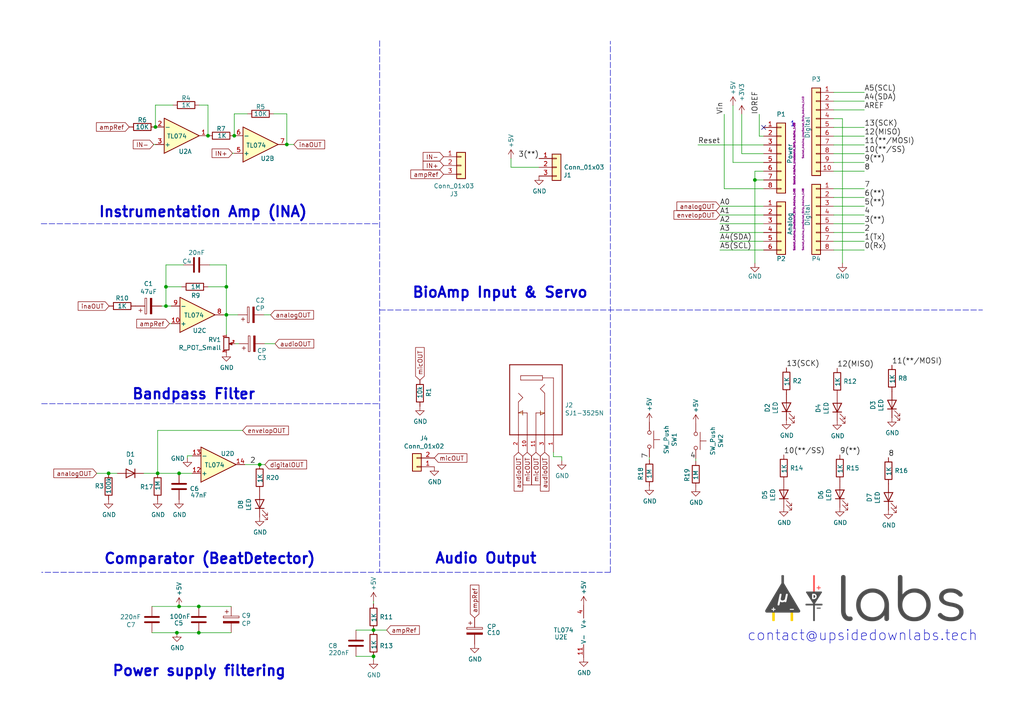
<source format=kicad_sch>
(kicad_sch (version 20211123) (generator eeschema)
  (paper "A4")
  (title_block (date "lun. 30 mars 2015"))
  (lib_symbols
    (symbol "Amplifier_Operational:TL074" (pin_names (offset 0.127))
      (property "Reference" "U" (at 0 5.08 0))
      (property "Value" "TL074" (at 0 -5.08 0))
      (symbol "TL074_1_1"
        (polyline (pts (xy -5.08 5.08) (xy 5.08 0) (xy -5.08 -5.08) (xy -5.08 5.08)) (stroke (width 0.254)) (fill (type background)))
        (pin output line (at 7.62 0 180) (length 2.54) (name "~") (number "1"))
        (pin input line (at -7.62 -2.54 0) (length 2.54) (name "-") (number "2"))
        (pin input line (at -7.62 2.54 0) (length 2.54) (name "+") (number "3"))
      )
      (symbol "TL074_2_1"
        (polyline (pts (xy -5.08 5.08) (xy 5.08 0) (xy -5.08 -5.08) (xy -5.08 5.08)) (stroke (width 0.254)) (fill (type background)))
        (pin input line (at -7.62 2.54 0) (length 2.54) (name "+") (number "5"))
        (pin input line (at -7.62 -2.54 0) (length 2.54) (name "-") (number "6"))
        (pin output line (at 7.62 0 180) (length 2.54) (name "~") (number "7"))
      )
      (symbol "TL074_3_1"
        (polyline (pts (xy -5.08 5.08) (xy 5.08 0) (xy -5.08 -5.08) (xy -5.08 5.08)) (stroke (width 0.254)) (fill (type background)))
        (pin input line (at -7.62 2.54 0) (length 2.54) (name "+") (number "10"))
        (pin output line (at 7.62 0 180) (length 2.54) (name "~") (number "8"))
        (pin input line (at -7.62 -2.54 0) (length 2.54) (name "-") (number "9"))
      )
      (symbol "TL074_4_1"
        (polyline (pts (xy -5.08 5.08) (xy 5.08 0) (xy -5.08 -5.08) (xy -5.08 5.08)) (stroke (width 0.254)) (fill (type background)))
        (pin input line (at -7.62 2.54 0) (length 2.54) (name "+") (number "12"))
        (pin input line (at -7.62 -2.54 0) (length 2.54) (name "-") (number "13"))
        (pin output line (at 7.62 0 180) (length 2.54) (name "~") (number "14"))
      )
      (symbol "TL074_5_1"
        (pin power_in line (at -2.54 -7.62 90) (length 3.81) (name "V-") (number "11"))
        (pin power_in line (at -2.54 7.62 270) (length 3.81) (name "V+") (number "4"))
      )
    )
    (symbol "BioAmpShield-rescue:+3.3V-power" (power) (pin_names (offset 0))
      (property "Value" "+3.3V-power" (at 0 3.556 0))
      (symbol "+3.3V-power_0_1"
        (polyline (pts (xy -0.762 1.27) (xy 0 2.54)))
        (polyline (pts (xy 0 0) (xy 0 2.54)))
        (polyline (pts (xy 0 2.54) (xy 0.762 1.27)))
      )
      (symbol "+3.3V-power_1_1"
        (pin power_in line (at 0 0 90) (length 0) hide (name "+3V3") (number "1"))
      )
    )
    (symbol "BioAmpShield-rescue:CP-Device" (pin_numbers hide) (pin_names (offset 0.254))
      (property "Reference" "C" (at 0.635 2.54 0))
      (property "Value" "CP-Device" (at 0.635 -2.54 0))
      (symbol "CP-Device_0_1"
        (rectangle (start -2.286 0.508) (end 2.286 1.016))
        (polyline (pts (xy -1.778 2.286) (xy -0.762 2.286)))
        (polyline (pts (xy -1.27 2.794) (xy -1.27 1.778)))
        (rectangle (start 2.286 -0.508) (end -2.286 -1.016) (fill (type outline)))
      )
      (symbol "CP-Device_1_1"
        (pin passive line (at 0 3.81 270) (length 2.794) (name "~") (number "1"))
        (pin passive line (at 0 -3.81 90) (length 2.794) (name "~") (number "2"))
      )
    )
    (symbol "BioAmpShield-rescue:R_POT_Small-Device" (pin_names (offset 1.016) hide)
      (property "Reference" "RV" (at -4.445 0 90))
      (property "Value" "R_POT_Small-Device" (at -2.54 0 90))
      (symbol "R_POT_Small-Device_0_1"
        (polyline (pts (xy 0.889 0) (xy 0.635 0) (xy 1.651 0.381) (xy 1.651 -0.381) (xy 0.635 0) (xy 0.889 0)) (fill (type outline)))
        (rectangle (start 0.762 1.8034) (end -0.762 -1.8034) (stroke (width 0.254)))
      )
      (symbol "R_POT_Small-Device_1_1"
        (pin passive line (at 0 2.54 270) (length 0.635) (name "1") (number "1"))
        (pin passive line (at 2.54 0 180) (length 0.9906) (name "2") (number "2"))
        (pin passive line (at 0 -2.54 90) (length 0.635) (name "3") (number "3"))
      )
    )
    (symbol "BioAmpShield-rescue:SJ1-3525N-udlabs" (pin_names (offset 1.016) hide)
      (property "Reference" "J" (at -10.16 10.16 0))
      (property "Value" "SJ1-3525N-udlabs" (at -10.16 -12.7254 0))
      (symbol "SJ1-3525N-udlabs_0_0"
        (polyline (pts (xy -10.16 -7.62) (xy 10.16 -7.62)) (stroke (width 0.254)))
        (polyline (pts (xy -10.16 7.62) (xy -10.16 -7.62)) (stroke (width 0.254)))
        (polyline (pts (xy -6.985 -4.445) (xy -6.985 1.905)) (stroke (width 0.1524)))
        (polyline (pts (xy -6.985 1.905) (xy -6.35 1.905)) (stroke (width 0.1524)))
        (polyline (pts (xy -6.35 1.905) (xy -5.715 1.905)) (stroke (width 0.1524)))
        (polyline (pts (xy -6.35 5.08) (xy -6.35 1.905)) (stroke (width 0.1524)))
        (polyline (pts (xy -5.715 -4.445) (xy -6.985 -4.445)) (stroke (width 0.1524)))
        (polyline (pts (xy -5.715 1.905) (xy -5.715 -4.445)) (stroke (width 0.1524)))
        (polyline (pts (xy -3.175 1.27) (xy -4.445 2.54)) (stroke (width 0.1524)))
        (polyline (pts (xy -1.905 2.54) (xy -3.175 1.27)) (stroke (width 0.1524)))
        (polyline (pts (xy -0.635 -3.81) (xy -1.905 -5.08)) (stroke (width 0.1524)))
        (polyline (pts (xy 0.635 -5.08) (xy -0.635 -3.81)) (stroke (width 0.1524)))
        (polyline (pts (xy 3.81 -5.08) (xy 0.635 -5.08)) (stroke (width 0.1524)))
        (polyline (pts (xy 3.81 -2.54) (xy 3.81 -5.08)) (stroke (width 0.1524)))
        (polyline (pts (xy 3.81 2.54) (xy -1.905 2.54)) (stroke (width 0.1524)))
        (polyline (pts (xy 3.81 2.54) (xy 3.81 0)) (stroke (width 0.1524)))
        (polyline (pts (xy 10.16 -7.62) (xy 10.16 -5.08)) (stroke (width 0.254)))
        (polyline (pts (xy 10.16 -5.08) (xy 3.81 -5.08)) (stroke (width 0.1524)))
        (polyline (pts (xy 10.16 -5.08) (xy 10.16 -2.54)) (stroke (width 0.254)))
        (polyline (pts (xy 10.16 -2.54) (xy 3.81 -2.54)) (stroke (width 0.1524)))
        (polyline (pts (xy 10.16 -2.54) (xy 10.16 0)) (stroke (width 0.254)))
        (polyline (pts (xy 10.16 0) (xy 3.81 0)) (stroke (width 0.1524)))
        (polyline (pts (xy 10.16 0) (xy 10.16 2.54)) (stroke (width 0.254)))
        (polyline (pts (xy 10.16 2.54) (xy 3.81 2.54)) (stroke (width 0.1524)))
        (polyline (pts (xy 10.16 2.54) (xy 10.16 5.08)) (stroke (width 0.254)))
        (polyline (pts (xy 10.16 5.08) (xy -6.35 5.08)) (stroke (width 0.1524)))
        (polyline (pts (xy 10.16 5.08) (xy 10.16 7.62)) (stroke (width 0.254)))
        (polyline (pts (xy 10.16 7.62) (xy -10.16 7.62)) (stroke (width 0.254)))
        (polyline (pts (xy 3.81 -5.08) (xy 3.175 -3.81) (xy 4.445 -3.81)) (stroke (width 0.1524)) (fill (type background)))
        (polyline (pts (xy 3.81 2.54) (xy 4.445 1.27) (xy 3.175 1.27)) (stroke (width 0.1524)) (fill (type background)))
        (pin passive line (at 15.24 5.08 180) (length 5.08) (name "~") (number "1"))
        (pin passive line (at 15.24 -2.54 180) (length 5.08) (name "~") (number "10"))
        (pin passive line (at 15.24 0 180) (length 5.08) (name "~") (number "11"))
        (pin passive line (at 15.24 -5.08 180) (length 5.08) (name "~") (number "2"))
        (pin passive line (at 15.24 2.54 180) (length 5.08) (name "~") (number "3"))
      )
    )
    (symbol "Connector_Generic:Conn_01x02" (pin_names (offset 1.016) hide)
      (property "Reference" "J" (at 0 2.54 0))
      (property "Value" "Conn_01x02" (at 0 -5.08 0))
      (symbol "Conn_01x02_1_1"
        (rectangle (start -1.27 -2.413) (end 0 -2.667) (stroke (width 0.1524)))
        (rectangle (start -1.27 0.127) (end 0 -0.127) (stroke (width 0.1524)))
        (rectangle (start -1.27 1.27) (end 1.27 -3.81) (stroke (width 0.254)) (fill (type background)))
        (pin passive line (at -5.08 0 0) (length 3.81) (name "Pin_1") (number "1"))
        (pin passive line (at -5.08 -2.54 0) (length 3.81) (name "Pin_2") (number "2"))
      )
    )
    (symbol "Connector_Generic:Conn_01x03" (pin_names (offset 1.016) hide)
      (property "Reference" "J" (at 0 5.08 0))
      (property "Value" "Conn_01x03" (at 0 -5.08 0))
      (symbol "Conn_01x03_1_1"
        (rectangle (start -1.27 -2.413) (end 0 -2.667) (stroke (width 0.1524)))
        (rectangle (start -1.27 0.127) (end 0 -0.127) (stroke (width 0.1524)))
        (rectangle (start -1.27 2.667) (end 0 2.413) (stroke (width 0.1524)))
        (rectangle (start -1.27 3.81) (end 1.27 -3.81) (stroke (width 0.254)) (fill (type background)))
        (pin passive line (at -5.08 2.54 0) (length 3.81) (name "Pin_1") (number "1"))
        (pin passive line (at -5.08 0 0) (length 3.81) (name "Pin_2") (number "2"))
        (pin passive line (at -5.08 -2.54 0) (length 3.81) (name "Pin_3") (number "3"))
      )
    )
    (symbol "Connector_Generic:Conn_01x06" (pin_names (offset 1.016) hide)
      (property "Reference" "J" (at 0 7.62 0))
      (property "Value" "Conn_01x06" (at 0 -10.16 0))
      (symbol "Conn_01x06_1_1"
        (rectangle (start -1.27 -7.493) (end 0 -7.747) (stroke (width 0.1524)))
        (rectangle (start -1.27 -4.953) (end 0 -5.207) (stroke (width 0.1524)))
        (rectangle (start -1.27 -2.413) (end 0 -2.667) (stroke (width 0.1524)))
        (rectangle (start -1.27 0.127) (end 0 -0.127) (stroke (width 0.1524)))
        (rectangle (start -1.27 2.667) (end 0 2.413) (stroke (width 0.1524)))
        (rectangle (start -1.27 5.207) (end 0 4.953) (stroke (width 0.1524)))
        (rectangle (start -1.27 6.35) (end 1.27 -8.89) (stroke (width 0.254)) (fill (type background)))
        (pin passive line (at -5.08 5.08 0) (length 3.81) (name "Pin_1") (number "1"))
        (pin passive line (at -5.08 2.54 0) (length 3.81) (name "Pin_2") (number "2"))
        (pin passive line (at -5.08 0 0) (length 3.81) (name "Pin_3") (number "3"))
        (pin passive line (at -5.08 -2.54 0) (length 3.81) (name "Pin_4") (number "4"))
        (pin passive line (at -5.08 -5.08 0) (length 3.81) (name "Pin_5") (number "5"))
        (pin passive line (at -5.08 -7.62 0) (length 3.81) (name "Pin_6") (number "6"))
      )
    )
    (symbol "Connector_Generic:Conn_01x08" (pin_names (offset 1.016) hide)
      (property "Reference" "J" (at 0 10.16 0))
      (property "Value" "Conn_01x08" (at 0 -12.7 0))
      (symbol "Conn_01x08_1_1"
        (rectangle (start -1.27 -10.033) (end 0 -10.287) (stroke (width 0.1524)))
        (rectangle (start -1.27 -7.493) (end 0 -7.747) (stroke (width 0.1524)))
        (rectangle (start -1.27 -4.953) (end 0 -5.207) (stroke (width 0.1524)))
        (rectangle (start -1.27 -2.413) (end 0 -2.667) (stroke (width 0.1524)))
        (rectangle (start -1.27 0.127) (end 0 -0.127) (stroke (width 0.1524)))
        (rectangle (start -1.27 2.667) (end 0 2.413) (stroke (width 0.1524)))
        (rectangle (start -1.27 5.207) (end 0 4.953) (stroke (width 0.1524)))
        (rectangle (start -1.27 7.747) (end 0 7.493) (stroke (width 0.1524)))
        (rectangle (start -1.27 8.89) (end 1.27 -11.43) (stroke (width 0.254)) (fill (type background)))
        (pin passive line (at -5.08 7.62 0) (length 3.81) (name "Pin_1") (number "1"))
        (pin passive line (at -5.08 5.08 0) (length 3.81) (name "Pin_2") (number "2"))
        (pin passive line (at -5.08 2.54 0) (length 3.81) (name "Pin_3") (number "3"))
        (pin passive line (at -5.08 0 0) (length 3.81) (name "Pin_4") (number "4"))
        (pin passive line (at -5.08 -2.54 0) (length 3.81) (name "Pin_5") (number "5"))
        (pin passive line (at -5.08 -5.08 0) (length 3.81) (name "Pin_6") (number "6"))
        (pin passive line (at -5.08 -7.62 0) (length 3.81) (name "Pin_7") (number "7"))
        (pin passive line (at -5.08 -10.16 0) (length 3.81) (name "Pin_8") (number "8"))
      )
    )
    (symbol "Connector_Generic:Conn_01x10" (pin_names (offset 1.016) hide)
      (property "Reference" "J" (at 0 12.7 0))
      (property "Value" "Conn_01x10" (at 0 -15.24 0))
      (symbol "Conn_01x10_1_1"
        (rectangle (start -1.27 -12.573) (end 0 -12.827) (stroke (width 0.1524)))
        (rectangle (start -1.27 -10.033) (end 0 -10.287) (stroke (width 0.1524)))
        (rectangle (start -1.27 -7.493) (end 0 -7.747) (stroke (width 0.1524)))
        (rectangle (start -1.27 -4.953) (end 0 -5.207) (stroke (width 0.1524)))
        (rectangle (start -1.27 -2.413) (end 0 -2.667) (stroke (width 0.1524)))
        (rectangle (start -1.27 0.127) (end 0 -0.127) (stroke (width 0.1524)))
        (rectangle (start -1.27 2.667) (end 0 2.413) (stroke (width 0.1524)))
        (rectangle (start -1.27 5.207) (end 0 4.953) (stroke (width 0.1524)))
        (rectangle (start -1.27 7.747) (end 0 7.493) (stroke (width 0.1524)))
        (rectangle (start -1.27 10.287) (end 0 10.033) (stroke (width 0.1524)))
        (rectangle (start -1.27 11.43) (end 1.27 -13.97) (stroke (width 0.254)) (fill (type background)))
        (pin passive line (at -5.08 10.16 0) (length 3.81) (name "Pin_1") (number "1"))
        (pin passive line (at -5.08 -12.7 0) (length 3.81) (name "Pin_10") (number "10"))
        (pin passive line (at -5.08 7.62 0) (length 3.81) (name "Pin_2") (number "2"))
        (pin passive line (at -5.08 5.08 0) (length 3.81) (name "Pin_3") (number "3"))
        (pin passive line (at -5.08 2.54 0) (length 3.81) (name "Pin_4") (number "4"))
        (pin passive line (at -5.08 0 0) (length 3.81) (name "Pin_5") (number "5"))
        (pin passive line (at -5.08 -2.54 0) (length 3.81) (name "Pin_6") (number "6"))
        (pin passive line (at -5.08 -5.08 0) (length 3.81) (name "Pin_7") (number "7"))
        (pin passive line (at -5.08 -7.62 0) (length 3.81) (name "Pin_8") (number "8"))
        (pin passive line (at -5.08 -10.16 0) (length 3.81) (name "Pin_9") (number "9"))
      )
    )
    (symbol "Device:C" (pin_numbers hide) (pin_names (offset 0.254))
      (property "Reference" "C" (at 0.635 2.54 0))
      (property "Value" "C" (at 0.635 -2.54 0))
      (symbol "C_0_1"
        (polyline (pts (xy -2.032 -0.762) (xy 2.032 -0.762)) (stroke (width 0.508)))
        (polyline (pts (xy -2.032 0.762) (xy 2.032 0.762)) (stroke (width 0.508)))
      )
      (symbol "C_1_1"
        (pin passive line (at 0 3.81 270) (length 2.794) (name "~") (number "1"))
        (pin passive line (at 0 -3.81 90) (length 2.794) (name "~") (number "2"))
      )
    )
    (symbol "Device:D" (pin_numbers hide) (pin_names (offset 1.016) hide)
      (property "Reference" "D" (at 0 2.54 0))
      (property "Value" "D" (at 0 -2.54 0))
      (symbol "D_0_1"
        (polyline (pts (xy -1.27 1.27) (xy -1.27 -1.27)) (stroke (width 0.254)))
        (polyline (pts (xy 1.27 0) (xy -1.27 0)))
        (polyline (pts (xy 1.27 1.27) (xy 1.27 -1.27) (xy -1.27 0) (xy 1.27 1.27)) (stroke (width 0.254)))
      )
      (symbol "D_1_1"
        (pin passive line (at -3.81 0 0) (length 2.54) (name "K") (number "1"))
        (pin passive line (at 3.81 0 180) (length 2.54) (name "A") (number "2"))
      )
    )
    (symbol "Device:LED" (pin_numbers hide) (pin_names (offset 1.016) hide)
      (property "Reference" "D" (at 0 2.54 0))
      (property "Value" "LED" (at 0 -2.54 0))
      (symbol "LED_0_1"
        (polyline (pts (xy -1.27 -1.27) (xy -1.27 1.27)) (stroke (width 0.254)))
        (polyline (pts (xy -1.27 0) (xy 1.27 0)))
        (polyline (pts (xy 1.27 -1.27) (xy 1.27 1.27) (xy -1.27 0) (xy 1.27 -1.27)) (stroke (width 0.254)))
        (polyline (pts (xy -3.048 -0.762) (xy -4.572 -2.286) (xy -3.81 -2.286) (xy -4.572 -2.286) (xy -4.572 -1.524)))
        (polyline (pts (xy -1.778 -0.762) (xy -3.302 -2.286) (xy -2.54 -2.286) (xy -3.302 -2.286) (xy -3.302 -1.524)))
      )
      (symbol "LED_1_1"
        (pin passive line (at -3.81 0 0) (length 2.54) (name "K") (number "1"))
        (pin passive line (at 3.81 0 180) (length 2.54) (name "A") (number "2"))
      )
    )
    (symbol "Device:R" (pin_numbers hide) (pin_names (offset 0))
      (property "Reference" "R" (at 2.032 0 90))
      (property "Value" "R" (at 0 0 90))
      (symbol "R_0_1"
        (rectangle (start -1.016 -2.54) (end 1.016 2.54) (stroke (width 0.254)))
      )
      (symbol "R_1_1"
        (pin passive line (at 0 3.81 270) (length 1.27) (name "~") (number "1"))
        (pin passive line (at 0 -3.81 90) (length 1.27) (name "~") (number "2"))
      )
    )
    (symbol "Switch:SW_Push" (pin_numbers hide) (pin_names (offset 1.016) hide)
      (property "Reference" "SW" (at 1.27 2.54 0))
      (property "Value" "SW_Push" (at 0 -1.524 0))
      (symbol "SW_Push_0_1"
        (circle (center -2.032 0) (radius 0.508))
        (polyline (pts (xy 0 1.27) (xy 0 3.048)))
        (polyline (pts (xy 2.54 1.27) (xy -2.54 1.27)))
        (circle (center 2.032 0) (radius 0.508))
        (pin passive line (at -5.08 0 0) (length 2.54) (name "1") (number "1"))
        (pin passive line (at 5.08 0 180) (length 2.54) (name "2") (number "2"))
      )
    )
    (symbol "power:+5V" (power) (pin_names (offset 0))
      (property "Value" "+5V" (at 0 3.556 0))
      (symbol "+5V_0_1"
        (polyline (pts (xy -0.762 1.27) (xy 0 2.54)))
        (polyline (pts (xy 0 0) (xy 0 2.54)))
        (polyline (pts (xy 0 2.54) (xy 0.762 1.27)))
      )
      (symbol "+5V_1_1"
        (pin power_in line (at 0 0 90) (length 0) hide (name "+5V") (number "1"))
      )
    )
    (symbol "power:GND" (power) (pin_names (offset 0))
      (property "Value" "GND" (at 0 -3.81 0))
      (symbol "GND_0_1"
        (polyline (pts (xy 0 0) (xy 0 -1.27) (xy 1.27 -1.27) (xy 0 -2.54) (xy -1.27 -1.27) (xy 0 -1.27)))
      )
      (symbol "GND_1_1"
        (pin power_in line (at 0 0 270) (length 0) hide (name "GND") (number "1"))
      )
    )
  )
  (junction (at 218.948 52.197))
  (junction (at 45.72 137.287))
  (junction (at 57.658 183.515))
  (junction (at 108.331 190.373))
  (junction (at 48.133 83.185))
  (junction (at 108.331 182.753))
  (junction (at 75.311 134.747))
  (junction (at 83.185 41.91))
  (junction (at 51.943 137.287))
  (junction (at 57.658 175.895))
  (junction (at 65.659 91.313))
  (junction (at 67.945 39.37))
  (junction (at 48.133 88.773))
  (junction (at 51.308 183.515))
  (junction (at 51.943 175.895))
  (junction (at 31.496 137.287))
  (junction (at 65.659 83.185))
  (junction (at 45.085 36.83))
  (junction (at 60.325 39.37))
  (no_connect (at 221.488 36.957))
  (wire (pts (xy 218.948 49.657) (xy 218.948 52.197)))
  (wire (pts (xy 241.808 64.897) (xy 250.698 64.897)))
  (wire (pts (xy 76.581 91.313) (xy 78.486 91.313)))
  (wire (pts (xy 162.941 132.461) (xy 162.941 133.604)))
  (wire (pts (xy 70.358 124.841) (xy 45.72 124.841)))
  (wire (pts (xy 65.659 91.313) (xy 65.659 97.155)))
  (wire (pts (xy 103.251 182.753) (xy 108.331 182.753)))
  (wire (pts (xy 221.488 52.197) (xy 218.948 52.197)))
  (wire (pts (xy 201.803 132.969) (xy 201.803 133.731)))
  (wire (pts (xy 244.348 34.417) (xy 244.348 76.327)))
  (wire (pts (xy 45.085 30.48) (xy 45.085 36.83)))
  (wire (pts (xy 221.488 62.357) (xy 208.788 62.357)))
  (wire (pts (xy 241.808 62.357) (xy 250.698 62.357)))
  (wire (pts (xy 70.993 134.747) (xy 75.311 134.747)))
  (wire (pts (xy 51.308 183.515) (xy 57.658 183.515)))
  (wire (pts (xy 83.185 33.02) (xy 83.185 41.91)))
  (wire (pts (xy 57.658 183.515) (xy 67.056 183.515)))
  (wire (pts (xy 241.808 47.117) (xy 250.698 47.117)))
  (wire (pts (xy 210.058 54.737) (xy 210.058 33.147)))
  (wire (pts (xy 241.808 34.417) (xy 244.348 34.417)))
  (wire (pts (xy 79.375 33.02) (xy 83.185 33.02)))
  (wire (pts (xy 241.808 69.977) (xy 250.698 69.977)))
  (wire (pts (xy 221.488 44.577) (xy 215.138 44.577)))
  (wire (pts (xy 48.133 83.185) (xy 48.133 88.773)))
  (wire (pts (xy 53.213 76.835) (xy 48.133 76.835)))
  (wire (pts (xy 221.488 49.657) (xy 218.948 49.657)))
  (wire (pts (xy 108.331 175.133) (xy 108.331 174.371)))
  (wire (pts (xy 218.948 52.197) (xy 218.948 76.327)))
  (wire (pts (xy 68.199 99.695) (xy 69.215 99.695)))
  (wire (pts (xy 188.341 132.588) (xy 188.341 133.35)))
  (wire (pts (xy 241.808 54.737) (xy 250.698 54.737)))
  (wire (pts (xy 108.331 191.389) (xy 108.331 190.373)))
  (wire (pts (xy 220.218 33.147) (xy 220.218 39.497)))
  (wire (pts (xy 103.251 190.373) (xy 108.331 190.373)))
  (wire (pts (xy 68.961 91.313) (xy 65.659 91.313)))
  (wire (pts (xy 48.133 76.835) (xy 48.133 83.185)))
  (wire (pts (xy 221.488 54.737) (xy 210.058 54.737)))
  (wire (pts (xy 241.808 49.657) (xy 250.698 49.657)))
  (wire (pts (xy 221.488 67.437) (xy 208.788 67.437)))
  (wire (pts (xy 76.835 99.695) (xy 79.756 99.695)))
  (wire (pts (xy 50.165 30.48) (xy 45.085 30.48)))
  (wire (pts (xy 67.945 33.02) (xy 67.945 39.37)))
  (wire (pts (xy 241.808 39.497) (xy 250.698 39.497)))
  (wire (pts (xy 241.808 57.277) (xy 250.698 57.277)))
  (wire (pts (xy 65.659 76.835) (xy 65.659 83.185)))
  (wire (pts (xy 46.863 88.773) (xy 48.133 88.773)))
  (wire (pts (xy 215.138 44.577) (xy 215.138 33.147)))
  (wire (pts (xy 148.209 45.974) (xy 148.209 48.514)))
  (wire (pts (xy 221.488 69.977) (xy 208.788 69.977)))
  (wire (pts (xy 44.069 175.895) (xy 51.943 175.895)))
  (wire (pts (xy 221.488 42.037) (xy 202.438 42.037)))
  (polyline (pts (xy 11.938 64.897) (xy 110.109 64.897)))
  (polyline (pts (xy 177.038 165.989) (xy 12.065 165.989)))
  (polyline (pts (xy 110.109 11.811) (xy 110.109 165.989)))
  (wire (pts (xy 60.325 83.185) (xy 65.659 83.185)))
  (wire (pts (xy 241.808 44.577) (xy 250.698 44.577)))
  (wire (pts (xy 41.656 137.287) (xy 45.72 137.287)))
  (wire (pts (xy 60.833 76.835) (xy 65.659 76.835)))
  (wire (pts (xy 44.069 183.515) (xy 51.308 183.515)))
  (wire (pts (xy 160.528 132.461) (xy 162.941 132.461)))
  (wire (pts (xy 241.808 72.517) (xy 250.698 72.517)))
  (polyline (pts (xy 177.038 165.989) (xy 177.038 11.938)))
  (wire (pts (xy 65.659 91.313) (xy 64.897 91.313)))
  (wire (pts (xy 48.133 88.773) (xy 49.657 88.773)))
  (wire (pts (xy 28.067 137.287) (xy 31.496 137.287)))
  (wire (pts (xy 83.185 41.91) (xy 85.217 41.91)))
  (wire (pts (xy 241.808 29.337) (xy 250.698 29.337)))
  (wire (pts (xy 55.753 137.287) (xy 51.943 137.287)))
  (wire (pts (xy 75.311 134.747) (xy 76.835 134.747)))
  (wire (pts (xy 55.753 132.207) (xy 54.356 132.207)))
  (wire (pts (xy 241.808 67.437) (xy 250.698 67.437)))
  (wire (pts (xy 60.325 30.48) (xy 60.325 39.37)))
  (wire (pts (xy 67.945 44.45) (xy 67.437 44.45)))
  (wire (pts (xy 212.598 47.117) (xy 212.598 30.607)))
  (wire (pts (xy 241.808 36.957) (xy 250.698 36.957)))
  (wire (pts (xy 241.808 31.877) (xy 250.698 31.877)))
  (wire (pts (xy 241.808 26.797) (xy 250.698 26.797)))
  (wire (pts (xy 31.496 137.287) (xy 34.036 137.287)))
  (wire (pts (xy 221.488 59.817) (xy 208.788 59.817)))
  (polyline (pts (xy 12.065 117.094) (xy 110.109 117.094)))
  (wire (pts (xy 241.808 59.817) (xy 250.698 59.817)))
  (wire (pts (xy 52.705 83.185) (xy 48.133 83.185)))
  (wire (pts (xy 49.657 93.853) (xy 49.149 93.853)))
  (wire (pts (xy 71.755 33.02) (xy 67.945 33.02)))
  (wire (pts (xy 112.141 182.753) (xy 108.331 182.753)))
  (wire (pts (xy 45.72 124.841) (xy 45.72 137.287)))
  (wire (pts (xy 148.209 48.514) (xy 156.337 48.514)))
  (wire (pts (xy 57.658 175.895) (xy 67.056 175.895)))
  (polyline (pts (xy 110.109 89.916) (xy 284.988 89.916)))
  (wire (pts (xy 54.356 132.207) (xy 54.356 132.842)))
  (wire (pts (xy 220.218 39.497) (xy 221.488 39.497)))
  (wire (pts (xy 44.577 41.91) (xy 45.085 41.91)))
  (wire (pts (xy 221.488 47.117) (xy 212.598 47.117)))
  (wire (pts (xy 221.488 64.897) (xy 208.788 64.897)))
  (wire (pts (xy 241.808 42.037) (xy 250.698 42.037)))
  (wire (pts (xy 51.943 175.895) (xy 57.658 175.895)))
  (wire (pts (xy 160.528 131.191) (xy 160.528 132.461)))
  (wire (pts (xy 45.72 137.287) (xy 51.943 137.287)))
  (wire (pts (xy 221.488 72.517) (xy 208.788 72.517)))
  (wire (pts (xy 65.659 83.185) (xy 65.659 91.313)))
  (wire (pts (xy 57.785 30.48) (xy 60.325 30.48)))
  (image (at 250.698 173.482))
  (text "Power supply filtering" (at 32.385 196.469 0) (effects (font (size 2.9972 2.9972) (thickness 0.5994) bold) (justify left bottom)))
  (text "Bandpass Filter" (at 38.1 116.205 0) (effects (font (size 2.9972 2.9972) (thickness 0.5994) bold) (justify left bottom)))
  (text "contact@upsidedownlabs.tech" (at 216.662 186.182 0) (effects (font (size 2.9972 2.9972)) (justify left bottom)))
  (text "BioAmp Input & Servo" (at 119.38 86.741 0) (effects (font (size 2.9972 2.9972) (thickness 0.5994) bold) (justify left bottom)))
  (text "Comparator (BeatDetector)" (at 29.972 163.957 0) (effects (font (size 2.9972 2.9972) (thickness 0.5994) bold) (justify left bottom)))
  (text "1" (at 229.108 36.957 0) (effects (font (size 1.524 1.524)) (justify left bottom)))
  (text "Audio Output" (at 125.984 163.83 0) (effects (font (size 2.9972 2.9972) (thickness 0.5994) bold) (justify left bottom)))
  (text "Instrumentation Amp (INA)" (at 28.448 63.373 0) (effects (font (size 2.9972 2.9972) (thickness 0.5994) bold) (justify left bottom)))
  (label "12(MISO)" (at 250.698 39.497 0) (effects (font (size 1.524 1.524))))
  (label "11(**/MOSI)" (at 258.699 105.918 0) (effects (font (size 1.524 1.524))))
  (label "AREF" (at 250.698 31.877 0) (effects (font (size 1.524 1.524))))
  (label "2" (at 250.698 67.437 0) (effects (font (size 1.524 1.524))))
  (label "A5(SCL)" (at 250.698 26.797 0) (effects (font (size 1.524 1.524))))
  (label "11(**/MOSI)" (at 250.698 42.037 0) (effects (font (size 1.524 1.524))))
  (label "A2" (at 208.788 64.897 0) (effects (font (size 1.524 1.524))))
  (label "3(**)" (at 156.337 45.974 180) (effects (font (size 1.524 1.524))))
  (label "5(**)" (at 250.698 59.817 0) (effects (font (size 1.524 1.524))))
  (label "8" (at 257.683 132.715 0) (effects (font (size 1.524 1.524))))
  (label "A3" (at 208.788 67.437 0) (effects (font (size 1.524 1.524))))
  (label "6(**)" (at 250.698 57.277 0) (effects (font (size 1.524 1.524))))
  (label "4" (at 201.803 133.35 180) (effects (font (size 1.524 1.524))))
  (label "3(**)" (at 250.698 64.897 0) (effects (font (size 1.524 1.524))))
  (label "12(MISO)" (at 242.824 106.807 0) (effects (font (size 1.524 1.524))))
  (label "9(**)" (at 250.698 47.117 0) (effects (font (size 1.524 1.524))))
  (label "7" (at 250.698 54.737 0) (effects (font (size 1.524 1.524))))
  (label "IOREF" (at 220.218 33.147 90) (effects (font (size 1.524 1.524))))
  (label "13(SCK)" (at 250.698 36.957 0) (effects (font (size 1.524 1.524))))
  (label "A1" (at 208.788 62.357 0) (effects (font (size 1.524 1.524))))
  (label "10(**/SS)" (at 227.33 131.953 0) (effects (font (size 1.524 1.524))))
  (label "A0" (at 208.788 59.817 0) (effects (font (size 1.524 1.524))))
  (label "A4(SDA)" (at 208.788 69.977 0) (effects (font (size 1.524 1.524))))
  (label "Reset" (at 202.438 42.037 0) (effects (font (size 1.524 1.524))))
  (label "0(Rx)" (at 250.698 72.517 0) (effects (font (size 1.524 1.524))))
  (label "A4(SDA)" (at 250.698 29.337 0) (effects (font (size 1.524 1.524))))
  (label "1(Tx)" (at 250.698 69.977 0) (effects (font (size 1.524 1.524))))
  (label "10(**/SS)" (at 250.698 44.577 0) (effects (font (size 1.524 1.524))))
  (label "2" (at 74.168 134.747 180) (effects (font (size 1.524 1.524))))
  (label "9(**)" (at 243.586 131.953 0) (effects (font (size 1.524 1.524))))
  (label "13(SCK)" (at 228.092 106.68 0) (effects (font (size 1.524 1.524))))
  (label "A5(SCL)" (at 208.788 72.517 0) (effects (font (size 1.524 1.524))))
  (label "4" (at 250.698 62.357 0) (effects (font (size 1.524 1.524))))
  (label "Vin" (at 210.058 33.147 90) (effects (font (size 1.524 1.524))))
  (label "8" (at 250.698 49.657 0) (effects (font (size 1.524 1.524))))
  (label "7" (at 188.341 132.969 90) (effects (font (size 1.524 1.524))))
  (global_label "ampRef" (shape input) (at 137.668 179.197 90) (property "Intersheet References" "${INTERSHEET_REFS}" (effects hide)))
  (global_label "ampRef" (shape input) (at 112.141 182.753 0) (property "Intersheet References" "${INTERSHEET_REFS}" (effects hide)))
  (global_label "IN-" (shape input) (at 44.577 41.91 180) (property "Intersheet References" "${INTERSHEET_REFS}" (effects hide)))
  (global_label "envelopOUT" (shape input) (at 70.358 124.841 0) (property "Intersheet References" "${INTERSHEET_REFS}" (effects hide)))
  (global_label "micOUT" (shape input) (at 121.793 110.236 90) (property "Intersheet References" "${INTERSHEET_REFS}" (effects hide)))
  (global_label "IN+" (shape input) (at 67.437 44.45 180) (property "Intersheet References" "${INTERSHEET_REFS}" (effects hide)))
  (global_label "digitalOUT" (shape input) (at 76.835 134.747 0) (property "Intersheet References" "${INTERSHEET_REFS}" (effects hide)))
  (global_label "ampRef" (shape input) (at 37.465 36.83 180) (property "Intersheet References" "${INTERSHEET_REFS}" (effects hide)))
  (global_label "analogOUT" (shape input) (at 78.486 91.313 0) (property "Intersheet References" "${INTERSHEET_REFS}" (effects hide)))
  (global_label "ampRef" (shape input) (at 49.149 93.853 180) (property "Intersheet References" "${INTERSHEET_REFS}" (effects hide)))
  (global_label "micOUT" (shape input) (at 152.908 131.191 270) (property "Intersheet References" "${INTERSHEET_REFS}" (effects hide)))
  (global_label "analogOUT" (shape input) (at 208.788 59.817 180) (property "Intersheet References" "${INTERSHEET_REFS}" (effects hide)))
  (global_label "audioOUT" (shape input) (at 157.988 131.191 270) (property "Intersheet References" "${INTERSHEET_REFS}" (effects hide)))
  (global_label "analogOUT" (shape input) (at 28.067 137.287 180) (property "Intersheet References" "${INTERSHEET_REFS}" (effects hide)))
  (global_label "audioOUT" (shape input) (at 150.368 131.191 270) (property "Intersheet References" "${INTERSHEET_REFS}" (effects hide)))
  (global_label "envelopOUT" (shape input) (at 208.788 62.357 180) (property "Intersheet References" "${INTERSHEET_REFS}" (effects hide)))
  (global_label "inaOUT" (shape input) (at 85.217 41.91 0) (property "Intersheet References" "${INTERSHEET_REFS}" (effects hide)))
  (global_label "audioOUT" (shape input) (at 79.756 99.695 0) (property "Intersheet References" "${INTERSHEET_REFS}" (effects hide)))
  (global_label "inaOUT" (shape input) (at 31.623 88.773 180) (property "Intersheet References" "${INTERSHEET_REFS}" (effects hide)))
  (global_label "ampRef" (shape input) (at 128.651 50.546 180) (property "Intersheet References" "${INTERSHEET_REFS}" (effects hide)))
  (global_label "micOUT" (shape input) (at 155.448 131.191 270) (property "Intersheet References" "${INTERSHEET_REFS}" (effects hide)))
  (global_label "micOUT" (shape input) (at 125.984 132.842 0) (property "Intersheet References" "${INTERSHEET_REFS}" (effects hide)))
  (global_label "IN+" (shape input) (at 128.651 48.006 180) (property "Intersheet References" "${INTERSHEET_REFS}" (effects hide)))
  (global_label "IN-" (shape input) (at 128.651 45.466 180) (property "Intersheet References" "${INTERSHEET_REFS}" (effects hide)))
  (symbol (lib_id "Connector_Generic:Conn_01x08") (at 226.568 44.577 0) (unit 1)
    (property "Reference" "P1" (at 226.568 33.147 0))
    (property "Value" "Power" (at 229.108 44.577 90))
    (property "Footprint" "Socket_Arduino_Uno:Socket_Strip_Arduino_1x08" (at 230.378 44.577 90) (effects (font (size 0.508 0.508))))
  )
  (symbol (lib_id "BioAmpShield-rescue:+3.3V-power") (at 215.138 33.147 0) (unit 1)
    (property "Reference" "#PWR0109" (effects hide))
    (property "Value" "+3.3V" (at 215.138 26.797 90))
  )
  (symbol (lib_id "power:+5V") (at 212.598 30.607 0) (unit 1)
    (property "Reference" "#PWR0108" (effects hide))
    (property "Value" "+5V" (at 212.598 25.527 90))
  )
  (symbol (lib_id "power:GND") (at 218.948 76.327 0) (unit 1)
    (property "Reference" "#PWR0107" (effects hide))
    (property "Value" "GND" (at 218.948 80.137 0))
  )
  (symbol (lib_id "power:GND") (at 244.348 76.327 0) (unit 1)
    (property "Reference" "#PWR0106" (effects hide))
    (property "Value" "GND" (at 244.348 80.137 0))
  )
  (symbol (lib_id "Connector_Generic:Conn_01x06") (at 226.568 64.897 0) (unit 1)
    (property "Reference" "P2" (at 226.568 75.057 0))
    (property "Value" "Analog" (at 229.108 64.897 90))
    (property "Footprint" "Socket_Arduino_Uno:Socket_Strip_Arduino_1x06" (at 230.378 63.627 90) (effects (font (size 0.508 0.508))))
  )
  (symbol (lib_id "Connector_Generic:Conn_01x08") (at 236.728 62.357 0) (mirror y) (unit 1)
    (property "Reference" "P4" (at 236.728 75.057 0))
    (property "Value" "Digital" (at 234.188 62.357 90))
    (property "Footprint" "Socket_Arduino_Uno:Socket_Strip_Arduino_1x08" (at 232.918 63.627 90) (effects (font (size 0.508 0.508))))
  )
  (symbol (lib_id "Connector_Generic:Conn_01x10") (at 236.728 36.957 0) (mirror y) (unit 1)
    (property "Reference" "P3" (at 236.728 22.987 0))
    (property "Value" "Digital" (at 234.188 36.957 90))
    (property "Footprint" "Socket_Arduino_Uno:Socket_Strip_Arduino_1x10" (at 232.918 36.957 90) (effects (font (size 0.508 0.508))))
  )
  (symbol (lib_id "Amplifier_Operational:TL074") (at 52.705 39.37 0) (mirror x) (unit 1)
    (property "Reference" "U2" (at 53.721 43.942 0))
    (property "Value" "TL074" (at 51.308 39.497 0))
    (property "Footprint" "Package_DIP:DIP-14_W7.62mm_Socket_LongPads" (effects hide))
    (property "Datasheet" "http://www.ti.com/lit/ds/symlink/tl071.pdf" (effects hide))
  )
  (symbol (lib_id "Amplifier_Operational:TL074") (at 75.565 41.91 0) (mirror x) (unit 2)
    (property "Reference" "U2" (at 77.597 45.974 0))
    (property "Value" "TL074" (at 74.295 42.164 0))
    (property "Footprint" "Package_DIP:DIP-14_W7.62mm_Socket_LongPads" (effects hide))
    (property "Datasheet" "http://www.ti.com/lit/ds/symlink/tl071.pdf" (effects hide))
  )
  (symbol (lib_id "Amplifier_Operational:TL074") (at 57.277 91.313 0) (mirror x) (unit 3)
    (property "Reference" "U2" (at 57.912 95.885 0))
    (property "Value" "TL074" (at 56.261 91.44 0))
    (property "Footprint" "Package_DIP:DIP-14_W7.62mm_Socket_LongPads" (effects hide))
    (property "Datasheet" "http://www.ti.com/lit/ds/symlink/tl071.pdf" (effects hide))
  )
  (symbol (lib_id "Amplifier_Operational:TL074") (at 63.373 134.747 0) (mirror x) (unit 4)
    (property "Reference" "U2" (at 66.04 131.572 0))
    (property "Value" "TL074" (at 62.23 134.874 0))
    (property "Footprint" "Package_DIP:DIP-14_W7.62mm_Socket_LongPads" (effects hide))
    (property "Datasheet" "http://www.ti.com/lit/ds/symlink/tl071.pdf" (effects hide))
  )
  (symbol (lib_id "Amplifier_Operational:TL074") (at 171.831 183.134 0) (unit 5)
    (property "Reference" "U2" (at 160.782 184.785 0) (effects (justify left)))
    (property "Value" "TL074" (at 160.528 182.753 0) (effects (justify left)))
    (property "Footprint" "Package_DIP:DIP-14_W7.62mm_Socket_LongPads" (effects hide))
    (property "Datasheet" "http://www.ti.com/lit/ds/symlink/tl071.pdf" (effects hide))
  )
  (symbol (lib_id "Device:R") (at 64.135 39.37 270) (unit 1)
    (property "Reference" "R7" (at 64.135 37.338 90))
    (property "Value" "1K" (at 64.389 39.37 90))
    (property "Footprint" "Resistor_THT:R_Axial_DIN0207_L6.3mm_D2.5mm_P2.54mm_Vertical" (effects hide))
  )
  (symbol (lib_id "Device:R") (at 41.275 36.83 270) (unit 1)
    (property "Reference" "R6" (at 41.275 34.798 90))
    (property "Value" "10K" (at 41.275 36.83 90))
    (property "Footprint" "Resistor_THT:R_Axial_DIN0207_L6.3mm_D2.5mm_P2.54mm_Vertical" (effects hide))
  )
  (symbol (lib_id "Device:R") (at 53.975 30.48 270) (unit 1)
    (property "Reference" "R4" (at 53.975 28.448 90))
    (property "Value" "1K" (at 53.975 30.48 90))
    (property "Footprint" "Resistor_THT:R_Axial_DIN0207_L6.3mm_D2.5mm_P2.54mm_Vertical" (effects hide))
  )
  (symbol (lib_id "Device:R") (at 75.565 33.02 270) (unit 1)
    (property "Reference" "R5" (at 75.565 30.988 90))
    (property "Value" "10K" (at 75.565 33.02 90))
    (property "Footprint" "Resistor_THT:R_Axial_DIN0207_L6.3mm_D2.5mm_P2.54mm_Vertical" (effects hide))
  )
  (symbol (lib_id "Device:C") (at 57.023 76.835 270) (mirror x) (unit 1)
    (property "Reference" "C4" (at 54.229 75.819 90))
    (property "Value" "20nF" (at 57.023 73.279 90))
    (property "Footprint" "Capacitor_THT:C_Disc_D3.8mm_W2.6mm_P2.50mm" (effects hide))
  )
  (symbol (lib_id "Device:R") (at 56.515 83.185 270) (unit 1)
    (property "Reference" "R9" (at 56.769 85.725 90))
    (property "Value" "1M" (at 56.769 83.185 90))
    (property "Footprint" "Resistor_THT:R_Axial_DIN0207_L6.3mm_D2.5mm_P2.54mm_Vertical" (effects hide))
  )
  (symbol (lib_id "Device:C") (at 57.658 179.705 180) (unit 1)
    (property "Reference" "C5" (at 51.816 180.721 0))
    (property "Value" "100nF" (at 52.197 178.816 0))
    (property "Footprint" "Capacitor_THT:C_Disc_D3.8mm_W2.6mm_P2.50mm" (effects hide))
  )
  (symbol (lib_id "Device:R") (at 35.433 88.773 270) (unit 1)
    (property "Reference" "R10" (at 35.433 86.487 90))
    (property "Value" "1K" (at 35.433 88.773 90))
    (property "Footprint" "Resistor_THT:R_Axial_DIN0207_L6.3mm_D2.5mm_P2.54mm_Vertical" (effects hide))
  )
  (symbol (lib_id "Device:R") (at 108.331 178.943 180) (unit 1)
    (property "Reference" "R11" (at 110.109 178.943 0) (effects (justify right)))
    (property "Value" "1K" (at 108.458 180.467 90) (effects (justify right)))
    (property "Footprint" "Resistor_THT:R_Axial_DIN0207_L6.3mm_D2.5mm_P2.54mm_Vertical" (effects hide))
  )
  (symbol (lib_id "power:GND") (at 51.308 183.515 0) (unit 1)
    (property "Reference" "#PWR03" (effects hide))
    (property "Value" "GND" (at 51.435 187.9092 0))
  )
  (symbol (lib_id "Device:R") (at 108.331 186.563 180) (unit 1)
    (property "Reference" "R13" (at 110.109 187.325 0) (effects (justify right)))
    (property "Value" "1K" (at 108.458 188.341 90) (effects (justify right)))
    (property "Footprint" "Resistor_THT:R_Axial_DIN0207_L6.3mm_D2.5mm_P2.54mm_Vertical" (effects hide))
  )
  (symbol (lib_id "power:GND") (at 108.331 191.389 0) (unit 1)
    (property "Reference" "#PWR08" (effects hide))
    (property "Value" "GND" (at 108.458 195.7832 0))
  )
  (symbol (lib_id "Device:C") (at 103.251 186.563 0) (unit 1)
    (property "Reference" "C8" (at 96.52 187.325 0))
    (property "Value" "220nF" (at 98.298 189.357 0))
    (property "Footprint" "Capacitor_THT:C_Disc_D3.8mm_W2.6mm_P2.50mm" (effects hide))
  )
  (symbol (lib_id "power:GND") (at 169.291 190.754 0) (unit 1)
    (property "Reference" "#PWR04" (effects hide))
    (property "Value" "GND" (at 169.418 195.1482 0))
  )
  (symbol (lib_id "Connector_Generic:Conn_01x03") (at 133.731 48.006 0) (unit 1)
    (property "Reference" "J3" (at 131.6482 56.261 0))
    (property "Value" "Conn_01x03" (at 131.6482 53.9496 0))
    (property "Footprint" "Connector_JST:JST_PH_S3B-PH-K_1x03_P2.00mm_Horizontal" (effects hide))
  )
  (symbol (lib_id "power:GND") (at 65.659 102.235 0) (unit 1)
    (property "Reference" "#PWR0102" (effects hide))
    (property "Value" "GND" (at 65.786 106.6292 0))
  )
  (symbol (lib_id "Device:C") (at 44.069 179.705 0) (unit 1)
    (property "Reference" "C7" (at 37.973 181.229 0))
    (property "Value" "220nF" (at 37.846 178.943 0))
    (property "Footprint" "Capacitor_THT:C_Disc_D3.8mm_W2.6mm_P2.50mm" (effects hide))
  )
  (symbol (lib_id "Device:D") (at 37.846 137.287 180) (unit 1)
    (property "Reference" "D1" (at 37.846 131.7752 0))
    (property "Value" "D" (at 37.846 134.0866 0))
    (property "Footprint" "Diode_THT:D_DO-35_SOD27_P7.62mm_Horizontal" (effects hide))
  )
  (symbol (lib_id "Device:R") (at 45.72 141.097 0) (unit 1)
    (property "Reference" "R17" (at 42.545 141.224 0))
    (property "Value" "1M" (at 45.72 140.843 90))
    (property "Footprint" "Resistor_THT:R_Axial_DIN0207_L6.3mm_D2.5mm_P2.54mm_Vertical" (effects hide))
  )
  (symbol (lib_id "Device:C") (at 51.943 141.097 0) (mirror x) (unit 1)
    (property "Reference" "C6" (at 56.388 141.732 0))
    (property "Value" "47nF" (at 57.658 143.637 0))
    (property "Footprint" "Capacitor_THT:C_Disc_D3.8mm_W2.6mm_P2.50mm" (effects hide))
  )
  (symbol (lib_id "power:GND") (at 45.72 144.907 0) (unit 1)
    (property "Reference" "#PWR0124" (effects hide))
    (property "Value" "GND" (at 45.847 149.3012 0))
  )
  (symbol (lib_id "power:GND") (at 51.943 144.907 0) (unit 1)
    (property "Reference" "#PWR0125" (effects hide))
    (property "Value" "GND" (at 52.07 149.3012 0))
  )
  (symbol (lib_id "power:GND") (at 54.356 132.842 0) (unit 1)
    (property "Reference" "#PWR0126" (effects hide))
    (property "Value" "GND" (at 51.562 132.969 0))
  )
  (symbol (lib_id "BioAmpShield-rescue:CP-Device") (at 73.025 99.695 90) (unit 1)
    (property "Reference" "C3" (at 75.946 103.759 90))
    (property "Value" "CP" (at 75.946 101.727 90))
    (property "Footprint" "Capacitor_THT:CP_Radial_D5.0mm_P2.50mm" (effects hide))
  )
  (symbol (lib_id "Device:R") (at 31.496 141.097 0) (unit 1)
    (property "Reference" "R3" (at 28.829 140.97 0))
    (property "Value" "100k" (at 31.496 140.843 90))
    (property "Footprint" "Resistor_THT:R_Axial_DIN0207_L6.3mm_D2.5mm_P2.54mm_Vertical" (effects hide))
  )
  (symbol (lib_id "power:GND") (at 31.496 144.907 0) (unit 1)
    (property "Reference" "#PWR0127" (effects hide))
    (property "Value" "GND" (at 31.623 149.3012 0))
  )
  (symbol (lib_id "Device:LED") (at 228.092 118.11 90) (unit 1)
    (property "Reference" "D2" (at 222.5802 118.2878 0))
    (property "Value" "LED" (at 224.8916 118.2878 0))
    (property "Footprint" "LED_THT:LED_D5.0mm" (effects hide))
  )
  (symbol (lib_id "Device:R") (at 228.092 110.49 180) (unit 1)
    (property "Reference" "R2" (at 229.87 110.49 0) (effects (justify right)))
    (property "Value" "1K" (at 228.219 112.014 90) (effects (justify right)))
    (property "Footprint" "Resistor_THT:R_Axial_DIN0207_L6.3mm_D2.5mm_P2.54mm_Vertical" (effects hide))
  )
  (symbol (lib_id "Device:LED") (at 242.824 118.237 90) (unit 1)
    (property "Reference" "D4" (at 237.3122 118.4148 0))
    (property "Value" "LED" (at 239.6236 118.4148 0))
    (property "Footprint" "LED_THT:LED_D5.0mm" (effects hide))
  )
  (symbol (lib_id "Device:R") (at 242.824 110.617 180) (unit 1)
    (property "Reference" "R12" (at 244.602 110.617 0) (effects (justify right)))
    (property "Value" "1K" (at 242.951 112.141 90) (effects (justify right)))
    (property "Footprint" "Resistor_THT:R_Axial_DIN0207_L6.3mm_D2.5mm_P2.54mm_Vertical" (effects hide))
  )
  (symbol (lib_id "Device:LED") (at 75.311 146.177 90) (unit 1)
    (property "Reference" "D8" (at 69.7992 146.3548 0))
    (property "Value" "LED" (at 72.1106 146.3548 0))
    (property "Footprint" "LED_THT:LED_D5.0mm" (effects hide))
  )
  (symbol (lib_id "Device:R") (at 75.311 138.557 180) (unit 1)
    (property "Reference" "R20" (at 77.089 138.557 0) (effects (justify right)))
    (property "Value" "1K" (at 75.438 140.081 90) (effects (justify right)))
    (property "Footprint" "Resistor_THT:R_Axial_DIN0207_L6.3mm_D2.5mm_P2.54mm_Vertical" (effects hide))
  )
  (symbol (lib_id "power:GND") (at 75.311 149.987 0) (unit 1)
    (property "Reference" "#PWR0129" (effects hide))
    (property "Value" "GND" (at 75.438 154.3812 0))
  )
  (symbol (lib_id "Device:LED") (at 258.699 117.348 90) (unit 1)
    (property "Reference" "D3" (at 253.1872 117.5258 0))
    (property "Value" "LED" (at 255.4986 117.5258 0))
    (property "Footprint" "LED_THT:LED_D5.0mm" (effects hide))
  )
  (symbol (lib_id "Device:R") (at 258.699 109.728 180) (unit 1)
    (property "Reference" "R8" (at 260.477 109.728 0) (effects (justify right)))
    (property "Value" "1K" (at 258.826 111.252 90) (effects (justify right)))
    (property "Footprint" "Resistor_THT:R_Axial_DIN0207_L6.3mm_D2.5mm_P2.54mm_Vertical" (effects hide))
  )
  (symbol (lib_id "Device:LED") (at 227.33 143.383 90) (unit 1)
    (property "Reference" "D5" (at 221.8182 143.5608 0))
    (property "Value" "LED" (at 224.1296 143.5608 0))
    (property "Footprint" "LED_THT:LED_D5.0mm" (effects hide))
  )
  (symbol (lib_id "Device:R") (at 227.33 135.763 180) (unit 1)
    (property "Reference" "R14" (at 229.108 135.763 0) (effects (justify right)))
    (property "Value" "1K" (at 227.457 137.287 90) (effects (justify right)))
    (property "Footprint" "Resistor_THT:R_Axial_DIN0207_L6.3mm_D2.5mm_P2.54mm_Vertical" (effects hide))
  )
  (symbol (lib_id "Device:LED") (at 243.586 143.383 90) (unit 1)
    (property "Reference" "D6" (at 238.0742 143.5608 0))
    (property "Value" "LED" (at 240.3856 143.5608 0))
    (property "Footprint" "LED_THT:LED_D5.0mm" (effects hide))
  )
  (symbol (lib_id "Device:R") (at 243.586 135.763 180) (unit 1)
    (property "Reference" "R15" (at 245.364 135.763 0) (effects (justify right)))
    (property "Value" "1K" (at 243.713 137.287 90) (effects (justify right)))
    (property "Footprint" "Resistor_THT:R_Axial_DIN0207_L6.3mm_D2.5mm_P2.54mm_Vertical" (effects hide))
  )
  (symbol (lib_id "Device:LED") (at 257.683 144.145 90) (unit 1)
    (property "Reference" "D7" (at 252.1712 144.3228 0))
    (property "Value" "LED" (at 254.4826 144.3228 0))
    (property "Footprint" "LED_THT:LED_D5.0mm" (effects hide))
  )
  (symbol (lib_id "Device:R") (at 257.683 136.525 180) (unit 1)
    (property "Reference" "R16" (at 259.461 136.525 0) (effects (justify right)))
    (property "Value" "1K" (at 257.81 138.049 90) (effects (justify right)))
    (property "Footprint" "Resistor_THT:R_Axial_DIN0207_L6.3mm_D2.5mm_P2.54mm_Vertical" (effects hide))
  )
  (symbol (lib_id "power:+5V") (at 169.291 175.514 0) (unit 1)
    (property "Reference" "#PWR0104" (effects hide))
    (property "Value" "+5V" (at 169.291 170.434 90))
  )
  (symbol (lib_id "power:+5V") (at 108.331 174.371 0) (unit 1)
    (property "Reference" "#PWR0105" (effects hide))
    (property "Value" "+5V" (at 108.331 169.291 90))
  )
  (symbol (lib_id "power:+5V") (at 51.943 175.895 0) (unit 1)
    (property "Reference" "#PWR0110" (effects hide))
    (property "Value" "+5V" (at 51.943 170.815 90))
  )
  (symbol (lib_id "power:GND") (at 227.33 147.193 0) (unit 1)
    (property "Reference" "#PWR0111" (effects hide))
    (property "Value" "GND" (at 227.457 151.5872 0))
  )
  (symbol (lib_id "power:GND") (at 243.586 147.193 0) (unit 1)
    (property "Reference" "#PWR0112" (effects hide))
    (property "Value" "GND" (at 243.713 151.5872 0))
  )
  (symbol (lib_id "power:GND") (at 257.683 147.955 0) (unit 1)
    (property "Reference" "#PWR0113" (effects hide))
    (property "Value" "GND" (at 257.81 152.3492 0))
  )
  (symbol (lib_id "power:GND") (at 258.699 121.158 0) (unit 1)
    (property "Reference" "#PWR0114" (effects hide))
    (property "Value" "GND" (at 258.826 125.5522 0))
  )
  (symbol (lib_id "power:GND") (at 242.824 122.047 0) (unit 1)
    (property "Reference" "#PWR0116" (effects hide))
    (property "Value" "GND" (at 242.951 126.4412 0))
  )
  (symbol (lib_id "power:GND") (at 228.092 121.92 0) (unit 1)
    (property "Reference" "#PWR0117" (effects hide))
    (property "Value" "GND" (at 228.219 126.3142 0))
  )
  (symbol (lib_id "BioAmpShield-rescue:CP-Device") (at 137.668 183.007 0) (unit 1)
    (property "Reference" "C10" (at 141.224 183.515 0) (effects (justify left)))
    (property "Value" "CP" (at 141.224 181.737 0) (effects (justify left)))
    (property "Footprint" "Capacitor_THT:CP_Radial_D5.0mm_P2.50mm" (effects hide))
  )
  (symbol (lib_id "power:GND") (at 137.668 186.817 0) (unit 1)
    (property "Reference" "#PWR0128" (effects hide))
    (property "Value" "GND" (at 137.795 191.2112 0))
  )
  (symbol (lib_id "Connector_Generic:Conn_01x03") (at 161.417 48.514 0) (unit 1)
    (property "Reference" "J1" (at 164.592 50.8 0))
    (property "Value" "Conn_01x03" (at 169.418 48.514 0))
    (property "Footprint" "Connector_PinHeader_2.54mm:PinHeader_1x03_P2.54mm_Vertical" (effects hide))
  )
  (symbol (lib_id "power:GND") (at 156.337 51.054 0) (unit 1)
    (property "Reference" "#PWR0118" (effects hide))
    (property "Value" "GND" (at 156.464 55.4482 0))
  )
  (symbol (lib_id "power:+5V") (at 148.209 45.974 0) (unit 1)
    (property "Reference" "#PWR0119" (effects hide))
    (property "Value" "+5V" (at 148.209 40.894 90))
  )
  (symbol (lib_id "Switch:SW_Push") (at 188.341 127.508 270) (unit 1)
    (property "Reference" "SW1" (at 195.58 127.508 0))
    (property "Value" "SW_Push" (at 193.2686 127.508 0))
    (property "Footprint" "Button_Switch_THT:SW_PUSH_6mm_H5mm" (effects hide))
  )
  (symbol (lib_id "BioAmpShield-rescue:R_POT_Small-Device") (at 65.659 99.695 0) (unit 1)
    (property "Reference" "RV1" (at 64.1604 98.5266 0) (effects (justify right)))
    (property "Value" "R_POT_Small" (at 64.1604 100.838 0) (effects (justify right)))
    (property "Footprint" "Potentiometer_THT:Potentiometer_Runtron_RM-065_Vertical" (effects hide))
  )
  (symbol (lib_id "BioAmpShield-rescue:SJ1-3525N-udlabs") (at 155.448 115.951 270) (unit 1)
    (property "Reference" "J2" (at 163.83 117.5004 90) (effects (justify left)))
    (property "Value" "SJ1-3525N" (at 163.83 119.8118 90) (effects (justify left)))
    (property "Footprint" "udlabs:CUI_SJ1-3525N" (effects hide))
    (property "PARTREV" "1.02" (effects hide))
    (property "STANDARD" "Manufacturer recommendation" (effects hide))
    (property "MANUFACTURER" "CUI" (effects hide))
  )
  (symbol (lib_id "power:GND") (at 162.941 133.604 0) (unit 1)
    (property "Reference" "#PWR0101" (effects hide))
    (property "Value" "GND" (at 163.068 137.9982 0))
  )
  (symbol (lib_id "Connector_Generic:Conn_01x02") (at 120.904 135.382 180) (unit 1)
    (property "Reference" "J4" (at 122.9868 127.127 0))
    (property "Value" "Conn_01x02" (at 122.9868 129.4384 0))
    (property "Footprint" "Connector_JST:JST_PH_S2B-PH-K_1x02_P2.00mm_Horizontal" (effects hide))
  )
  (symbol (lib_id "power:GND") (at 125.984 135.382 0) (unit 1)
    (property "Reference" "#PWR0103" (effects hide))
    (property "Value" "GND" (at 126.111 139.7762 0))
  )
  (symbol (lib_id "Device:R") (at 121.793 114.046 0) (unit 1)
    (property "Reference" "R1" (at 124.333 113.792 90))
    (property "Value" "10k" (at 121.793 113.792 90))
    (property "Footprint" "Resistor_THT:R_Axial_DIN0207_L6.3mm_D2.5mm_P2.54mm_Vertical" (effects hide))
  )
  (symbol (lib_id "power:GND") (at 121.793 117.856 0) (unit 1)
    (property "Reference" "#PWR0115" (effects hide))
    (property "Value" "GND" (at 121.92 122.2502 0))
  )
  (symbol (lib_id "BioAmpShield-rescue:CP-Device") (at 43.053 88.773 90) (unit 1)
    (property "Reference" "C1" (at 43.053 82.296 90))
    (property "Value" "47uF" (at 43.053 84.6074 90))
    (property "Footprint" "Capacitor_THT:CP_Radial_D5.0mm_P2.50mm" (effects hide))
  )
  (symbol (lib_id "BioAmpShield-rescue:CP-Device") (at 72.771 91.313 90) (unit 1)
    (property "Reference" "C2" (at 75.438 87.122 90))
    (property "Value" "CP" (at 75.438 89.408 90))
    (property "Footprint" "Capacitor_THT:CP_Radial_D5.0mm_P2.50mm" (effects hide))
  )
  (symbol (lib_id "BioAmpShield-rescue:CP-Device") (at 67.056 179.705 0) (unit 1)
    (property "Reference" "C9" (at 70.0532 178.5366 0) (effects (justify left)))
    (property "Value" "CP" (at 70.0532 180.848 0) (effects (justify left)))
    (property "Footprint" "Capacitor_THT:CP_Radial_D5.0mm_P2.50mm" (effects hide))
  )
  (symbol (lib_id "Device:R") (at 188.341 137.16 180) (unit 1)
    (property "Reference" "R18" (at 185.801 137.414 90))
    (property "Value" "1M" (at 188.341 137.414 90))
    (property "Footprint" "Resistor_THT:R_Axial_DIN0207_L6.3mm_D2.5mm_P2.54mm_Vertical" (effects hide))
  )
  (symbol (lib_id "power:GND") (at 188.341 140.97 0) (unit 1)
    (property "Reference" "#PWR0120" (effects hide))
    (property "Value" "GND" (at 188.468 145.3642 0))
  )
  (symbol (lib_id "power:+5V") (at 188.341 122.428 0) (unit 1)
    (property "Reference" "#PWR0121" (effects hide))
    (property "Value" "+5V" (at 188.341 117.348 90))
  )
  (symbol (lib_id "Switch:SW_Push") (at 201.803 127.889 270) (unit 1)
    (property "Reference" "SW2" (at 209.042 127.889 0))
    (property "Value" "SW_Push" (at 206.7306 127.889 0))
    (property "Footprint" "Button_Switch_THT:SW_PUSH_6mm_H5mm" (effects hide))
  )
  (symbol (lib_id "Device:R") (at 201.803 137.541 180) (unit 1)
    (property "Reference" "R19" (at 199.263 137.795 90))
    (property "Value" "1M" (at 201.803 137.795 90))
    (property "Footprint" "Resistor_THT:R_Axial_DIN0207_L6.3mm_D2.5mm_P2.54mm_Vertical" (effects hide))
  )
  (symbol (lib_id "power:GND") (at 201.803 141.351 0) (unit 1)
    (property "Reference" "#PWR0122" (effects hide))
    (property "Value" "GND" (at 201.93 145.7452 0))
  )
  (symbol (lib_id "power:+5V") (at 201.803 122.809 0) (unit 1)
    (property "Reference" "#PWR0123" (effects hide))
    (property "Value" "+5V" (at 201.803 117.729 90))
  )
)
</source>
